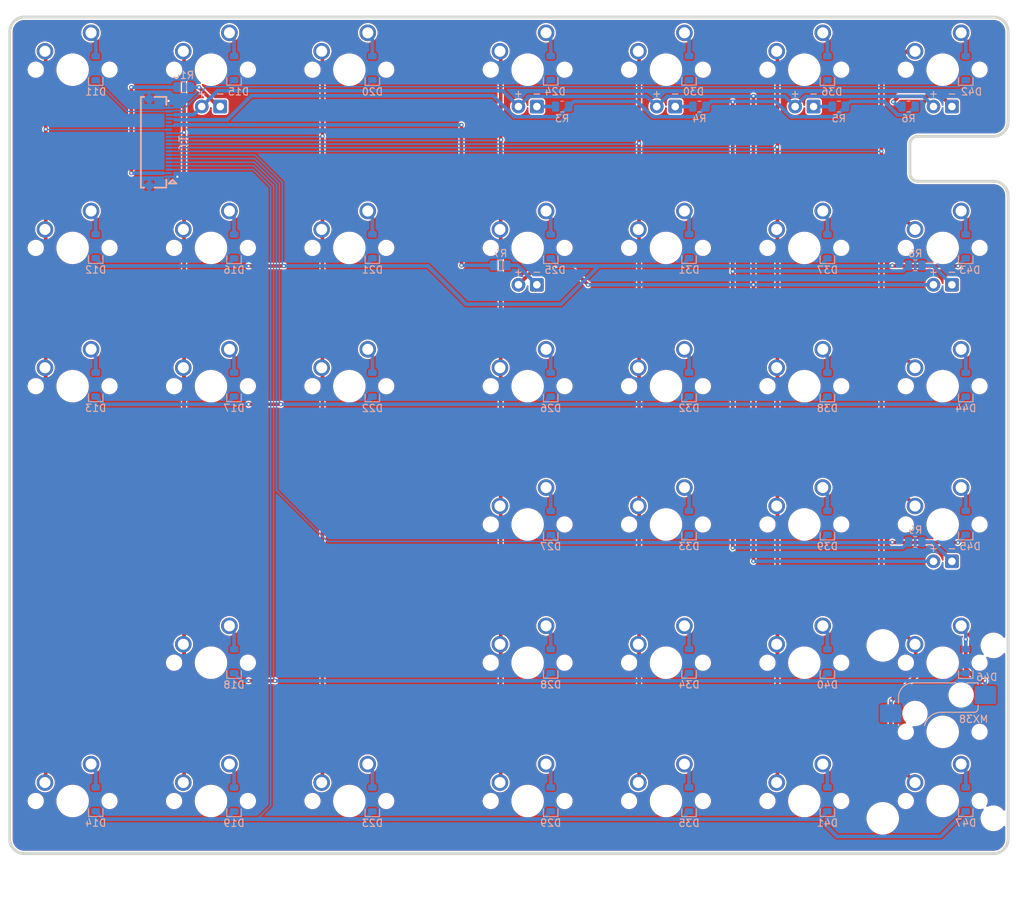
<source format=kicad_pcb>
(kicad_pcb (version 20240108) (generator "pcbnew") (generator_version "8.0")
  (layers (0 "F.Cu" signal) (31 "B.Cu" signal) (34 "B.Paste" user) (35 "F.Paste" user) (36 "B.SilkS" user "B.Silkscreen") (37 "F.SilkS" user "F.Silkscreen") (38 "B.Mask" user) (39 "F.Mask" user) (44 "Edge.Cuts" user))
  (net 0 "")
  (net 1 "+5V")
  (net 2 "GND")
  (net 3 "Net-(D3-K)")
  (net 4 "Net-(D4-K)")
  (net 5 "Net-(D5-K)")
  (net 6 "Net-(D6-K)")
  (net 7 "Net-(D11-A)")
  (net 8 "Net-(D12-A)")
  (net 9 "Net-(D14-A)")
  (net 10 "Net-(D15-A)")
  (net 11 "Net-(D16-A)")
  (net 12 "Net-(D17-A)")
  (net 13 "LED_NUM")
  (net 14 "Net-(D8-K)")
  (net 15 "Net-(D13-A)")
  (net 16 "Net-(D18-A)")
  (net 17 "Net-(D19-A)")
  (net 18 "Net-(D20-A)")
  (net 19 "Net-(D21-A)")
  (net 20 "Net-(D22-A)")
  (net 21 "Net-(D23-A)")
  (net 22 "Net-(D24-A)")
  (net 23 "Net-(D25-A)")
  (net 24 "Net-(D26-A)")
  (net 25 "Net-(D27-A)")
  (net 26 "Net-(D28-A)")
  (net 27 "Net-(D29-A)")
  (net 28 "Net-(D30-A)")
  (net 29 "Net-(D31-A)")
  (net 30 "Net-(D32-A)")
  (net 31 "Net-(D33-A)")
  (net 32 "Net-(D34-A)")
  (net 33 "Net-(D35-A)")
  (net 34 "Net-(D36-A)")
  (net 35 "Net-(D37-A)")
  (net 36 "Net-(D38-A)")
  (net 37 "Net-(D39-A)")
  (net 38 "Net-(D40-A)")
  (net 39 "Net-(D41-A)")
  (net 40 "Net-(D42-A)")
  (net 41 "Net-(D43-A)")
  (net 42 "Net-(D44-A)")
  (net 43 "Net-(D45-A)")
  (net 45 "Net-(D10-K)")
  (net 46 "Net-(D9-K)")
  (net 47 "Net-(D46-A)")
  (net 48 "Net-(D47-A)")
  (net 49 "LED_SCLK")
  (net 50 "ROW0")
  (net 51 "ROW1")
  (net 52 "ROW2")
  (net 53 "ROW3")
  (net 54 "ROW4")
  (net 55 "ROW5")
  (net 56 "LED-")
  (net 57 "COL18")
  (net 58 "COL15")
  (net 59 "COL20")
  (net 60 "COL14")
  (net 61 "COL17")
  (net 62 "COL19")
  (net 63 "COL16")
  (net 64 "Net-(D7-K)")
  (footprint "PCM_marbastlib-mx:SW_MX_1u" (layer "F.Cu") (at 81.7 24.55)
    (property "Reference" "MX21" (hide yes))
    (property "Value" "MX_SW_solder")
  )
  (footprint "PCM_marbastlib-mx:SW_MX_1u" (layer "F.Cu") (at 100.75 81.7)
    (property "Reference" "MX30" (hide yes))
    (property "Value" "MX_SW_solder")
  )
  (footprint "PCM_marbastlib-mx:SW_MX_1u" (layer "F.Cu") (at 100.75 0)
    (property "Reference" "MX26" (hide yes))
    (property "Value" "MX_SW_solder")
  )
  (footprint "PCM_marbastlib-mx:SW_MX_1u" (layer "F.Cu") (at 0 100.75)
    (property "Reference" "MX4" (hide yes))
    (property "Value" "MX_SW_solder")
  )
  (footprint "PCM_marbastlib-mx:SW_MX_1u" (layer "F.Cu") (at 119.8 81.7)
    (property "Reference" "MX36" (hide yes))
    (property "Value" "MX_SW_solder")
  )
  (footprint "PCM_marbastlib-mx:SW_MX_1u" (layer "F.Cu") (at 81.7 100.75)
    (property "Reference" "MX25" (hide yes))
    (property "Value" "MX_SW_solder")
  )
  (footprint "PCM_marbastlib-mx:SW_MX_1u" (layer "F.Cu") (at 119.8 24.55)
    (property "Reference" "MX33" (hide yes))
    (property "Value" "MX_SW_solder")
  )
  (footprint "PCM_marbastlib-mx:SW_MX_1u" (layer "F.Cu") (at 81.7 0)
    (property "Reference" "MX20" (hide yes))
    (property "Value" "MX_SW_solder")
  )
  (footprint "PCM_marbastlib-mx:SW_MX_1u" (layer "F.Cu") (at 100.75 100.75)
    (property "Reference" "MX31" (hide yes))
    (property "Value" "MX_SW_solder")
  )
  (footprint "PCM_marbastlib-mx:SW_MX_1u" (layer "F.Cu") (at 19.05 100.75)
    (property "Reference" "MX9" (hide yes))
    (property "Value" "MX_SW_solder")
  )
  (footprint "PCM_marbastlib-mx:SW_MX_1u" (layer "F.Cu") (at 100.75 62.65)
    (property "Reference" "MX29" (hide yes))
    (property "Value" "MX_SW_solder")
  )
  (footprint "PCM_marbastlib-mx:SW_MX_1u" (layer "F.Cu") (at 62.65 100.75)
    (property "Reference" "MX19" (hide yes))
    (property "Value" "MX_SW_solder")
  )
  (footprint "PCM_marbastlib-mx:SW_MX_1u" (layer "F.Cu") (at 19.05 43.6)
    (property "Reference" "MX7" (hide yes))
    (property "Value" "MX_SW_solder")
  )
  (footprint "PCM_marbastlib-mx:SW_MX_1u" (layer "F.Cu") (at 81.7 62.65)
    (property "Reference" "MX23" (hide yes))
    (property "Value" "MX_SW_solder")
  )
  (footprint "PCM_marbastlib-mx:SW_MX_1u" (layer "F.Cu") (at 62.65 24.55)
    (property "Reference" "MX15" (hide yes))
    (property "Value" "MX_SW_solder")
  )
  (footprint "PCM_marbastlib-mx:SW_MX_1u" (layer "F.Cu") (at 38.1 43.6)
    (property "Reference" "MX12" (hide yes))
    (property "Value" "MX_SW_solder")
  )
  (footprint "PCM_marbastlib-mx:SW_MX_1u" (layer "F.Cu") (at 81.7 43.6)
    (property "Reference" "MX22" (hide yes))
    (property "Value" "MX_SW_solder")
  )
  (footprint "alcatel:LED_MX_3mm_Offset" (layer "F.Cu") (at 62.65 24.55)
    (property "Reference" "D7" (hide yes))
    (property "Value" "LED_Small")
  )
  (footprint "PCM_marbastlib-mx:SW_MX_1u" (layer "F.Cu") (at 0 24.55)
    (property "Reference" "MX2" (hide yes))
    (property "Value" "MX_SW_solder")
  )
  (footprint "alcatel:LED_MX_3mm_Offset" (layer "F.Cu") (at 19.05 0)
    (property "Reference" "D10" (hide yes))
    (property "Value" "LED_Small")
  )
  (footprint "PCM_marbastlib-mx:SW_MX_1u" (layer "F.Cu") (at 62.65 0)
    (property "Reference" "MX14" (hide yes))
    (property "Value" "MX_SW_solder")
  )
  (footprint "PCM_marbastlib-mx:SW_MX_1u" (layer "F.Cu") (at 38.1 100.75)
    (property "Reference" "MX13" (hide yes))
    (property "Value" "MX_SW_solder")
  )
  (footprint "alcatel:LED_MX_3mm_Offset" (layer "F.Cu") (at 119.8 62.65)
    (property "Reference" "D9" (hide yes))
    (property "Value" "~")
  )
  (footprint "PCM_marbastlib-mx:SW_MX_1u" (layer "F.Cu") (at 81.7 81.7)
    (property "Reference" "MX24" (hide yes))
    (property "Value" "MX_SW_solder")
  )
  (footprint "PCM_marbastlib-mx:SW_MX_1u" (layer "F.Cu") (at 0 0)
    (property "Reference" "MX1" (hide yes))
    (property "Value" "MX_SW_solder")
  )
  (footprint "alcatel:LED_MX_3mm_Offset" (layer "F.Cu") (at 62.65 0)
    (property "Reference" "D3" (hide yes))
    (property "Value" "~")
  )
  (footprint "PCM_marbastlib-mx:SW_MX_1u" (layer "F.Cu") (at 19.05 24.55)
    (property "Reference" "MX6" (hide yes))
    (property "Value" "MX_SW_solder")
  )
  (footprint "PCM_marbastlib-mx:SW_MX_1u" (layer "F.Cu") (at 19.05 81.7)
    (property "Reference" "MX8" (hide yes))
    (property "Value" "MX_SW_solder")
  )
  (footprint "PCM_marbastlib-mx:SW_MX_1u" (layer "F.Cu") (at 38.1 24.55)
    (property "Reference" "MX11" (hide yes))
    (property "Value" "MX_SW_solder")
  )
  (footprint "PCM_marbastlib-mx:SW_MX_1u" (layer "F.Cu") (at 100.75 43.6)
    (property "Reference" "MX28" (hide yes))
    (property "Value" "MX_SW_solder")
  )
  (footprint "PCM_marbastlib-mx:SW_MX_1u" (layer "F.Cu") (at 62.65 62.65)
    (property "Reference" "MX17" (hide yes))
    (property "Value" "MX_SW_solder")
  )
  (footprint "PCM_marbastlib-mx:SW_MX_1u" (layer "F.Cu") (at 119.8 62.65)
    (property "Reference" "MX35" (hide yes))
    (property "Value" "MX_SW_solder")
  )
  (footprint "alcatel:LED_MX_3mm_Offset" (layer "F.Cu") (at 119.8 24.55)
    (property "Reference" "D8" (hide yes))
    (property "Value" "~")
  )
  (footprint "alcatel:LED_MX_3mm_Offset" (layer "F.Cu") (at 100.75 0)
    (property "Reference" "D5" (hide yes))
    (property "Value" "~")
  )
  (footprint "PCM_marbastlib-mx:SW_MX_1u" (layer "F.Cu") (at 119.8 0)
    (property "Reference" "MX32" (hide yes))
    (property "Value" "MX_SW_solder")
  )
  (footprint "PCM_marbastlib-mx:SW_MX_1u" (layer "F.Cu") (at 62.65 81.7)
    (property "Reference" "MX18" (hide yes))
    (property "Value" "MX_SW_solder")
  )
  (footprint "PCM_marbastlib-mx:SW_MX_1u" (layer "F.Cu") (at 19.05 0)
    (property "Reference" "MX5" (hide yes))
    (property "Value" "MX_SW_solder")
  )
  (footprint "PCM_marbastlib-mx:STAB_MX_2u" (layer "F.Cu") (at 119.8 91.225 -90)
    (property "Reference" "S1" (hide yes))
    (property "Value" "MX_stab")
  )
  (footprint "alcatel:LED_MX_3mm_Offset" (layer "F.Cu") (at 119.8 0)
    (property "Reference" "D6" (hide yes))
    (property "Value" "~")
  )
  (footprint "PCM_marbastlib-mx:SW_MX_1u" (layer "F.Cu") (at 119.8 43.6)
    (property "Reference" "MX34" (hide yes))
    (property "Value" "MX_SW_solder")
  )
  (footprint "PCM_marbastlib-mx:SW_MX_1u" (layer "F.Cu") (at 0 43.6)
    (property "Reference" "MX3" (hide yes))
    (property "Value" "MX_SW_solder")
  )
  (footprint "alcatel:LED_MX_3mm_Offset" (layer "F.Cu") (at 81.7 0)
    (property "Reference" "D4" (hide yes))
    (property "Value" "~")
  )
  (footprint "PCM_marbastlib-mx:SW_MX_1u" (layer "F.Cu") (at 62.65 43.6)
    (property "Reference" "MX16" (hide yes))
    (property "Value" "MX_SW_solder")
  )
  (footprint "PCM_marbastlib-mx:SW_MX_1u" (layer "F.Cu") (at 38.1 0)
    (property "Reference" "MX10" (hide yes))
    (property "Value" "MX_SW_solder")
  )
  (footprint "PCM_marbastlib-mx:SW_MX_1u" (layer "F.Cu") (at 119.8 100.75)
    (property "Reference" "MX37" (hide yes))
    (property "Value" "MX_SW_solder")
  )
  (footprint "PCM_marbastlib-mx:SW_MX_1u" (layer "F.Cu") (at 100.75 24.55)
    (property "Reference" "MX27" (hide yes))
    (property "Value" "MX_SW_solder")
  )
  (footprint "alcatel:D_SOD-123_ShiftedSilkscreen" (layer "B.Cu") (at 84.875 43.37125 90)
    (property "Reference" "D32")
    (property "Value" "D_Small")
  )
  (footprint "alcatel:D_SOD-123_ShiftedSilkscreen" (layer "B.Cu") (at 84.875 24.32125 90)
    (property "Reference" "D31")
    (property "Value" "D_Small")
  )
  (footprint "alcatel:D_SOD-123_ShiftedSilkscreen" (layer "B.Cu") (at 103.925 -0.20625 90)
    (property "Reference" "D36")
    (property "Value" "D_Small")
  )
  (footprint "alcatel:D_SOD-123_ShiftedSilkscreen" (layer "B.Cu") (at 41.275 43.39375 90)
    (property "Reference" "D22")
    (property "Value" "D_Small")
  )
  (footprint "alcatel:D_SOD-123_ShiftedSilkscreen" (layer "B.Cu") (at 41.275 -0.20625 90)
    (property "Reference" "D20")
    (property "Value" "D_Small")
  )
  (footprint "alcatel:D_SOD-123_ShiftedSilkscreen" (layer "B.Cu") (at 103.925 24.34375 90)
    (property "Reference" "D37")
    (property "Value" "D_Small")
  )
  (footprint "Resistor_SMD:R_0805_2012Metric" (layer "B.Cu") (at 105.5 5.08)
    (property "Reference" "R5")
    (property "Value" "470")
  )
  (footprint "Resistor_SMD:R_0805_2012Metric" (layer "B.Cu") (at 58.87 26.96 180)
    (property "Reference" "R7")
    (property "Value" "1k")
  )
  (footprint "alcatel:D_SOD-123_ShiftedSilkscreen" (layer "B.Cu") (at 103.925 100.52125 90)
    (property "Reference" "D41")
    (property "Value" "D_Small")
  )
  (footprint "alcatel:D_SOD-123_ShiftedSilkscreen" (layer "B.Cu") (at 65.825 62.44375 90)
    (property "Reference" "D27")
    (property "Value" "D_Small")
  )
  (footprint "alcatel:D_SOD-123_ShiftedSilkscreen" (layer "B.Cu") (at 103.925 81.49375 90)
    (property "Reference" "D40")
    (property "Value" "D_Small")
  )
  (footprint "alcatel:D_SOD-123_ShiftedSilkscreen" (layer "B.Cu") (at 122.975 24.34375 90)
    (property "Reference" "D43")
    (property "Value" "D_Small")
  )
  (footprint "alcatel:D_SOD-123_ShiftedSilkscreen" (layer "B.Cu") (at 22.225 100.54375 90)
    (property "Reference" "D19")
    (property "Value" "D_Small")
  )
  (footprint "alcatel:D_SOD-123_ShiftedSilkscreen" (layer "B.Cu") (at 122.975 81.49375 90)
    (property "Reference" "D46")
    (property "Value" "D_Small")
  )
  (footprint "alcatel:D_SOD-123_ShiftedSilkscreen" (layer "B.Cu") (at 3.175 43.37125 90)
    (property "Reference" "D13")
    (property "Value" "D_Small")
  )
  (footprint "alcatel:D_SOD-123_ShiftedSilkscreen" (layer "B.Cu") (at 122.975 62.42125 90)
    (property "Reference" "D45")
    (property "Value" "D_Small")
  )
  (footprint "alcatel:D_SOD-123_ShiftedSilkscreen" (layer "B.Cu") (at 103.925 62.42125 90)
    (property "Reference" "D39")
    (property "Value" "D_Small")
  )
  (footprint "alcatel:D_SOD-123_ShiftedSilkscreen" (layer "B.Cu") (at 3.175 -0.20625 90)
    (property "Reference" "D11")
    (property "Value" "D_Small")
  )
  (footprint "alcatel:D_SOD-123_ShiftedSilkscreen" (layer "B.Cu") (at 84.875 100.54375 90)
    (property "Reference" "D35")
    (property "Value" "D_Small")
  )
  (footprint "10051922-1210EHLF:CONN-SMD_20P-P0.50_10051922-2010ELF" (layer "B.Cu") (at 11.9 10 90)
    (property "Reference" "J1")
    (property "Value" "Conn_01x20_Pin")
  )
  (footprint "alcatel:D_SOD-123_ShiftedSilkscreen" (layer "B.Cu") (at 22.225 43.37125 90)
    (property "Reference" "D17")
    (property "Value" "D_Small")
  )
  (footprint "alcatel:D_SOD-123_ShiftedSilkscreen" (layer "B.Cu") (at 122.975 100.52125 90)
    (property "Reference" "D47")
    (property "Value" "D_Small")
  )
  (footprint "Resistor_SMD:R_0805_2012Metric" (layer "B.Cu") (at 116.02 26.96 180)
    (property "Reference" "R8")
    (property "Value" "470")
  )
  (footprint "alcatel:D_SOD-123_ShiftedSilkscreen" (layer "B.Cu") (at 65.825 43.39375 90)
    (property "Reference" "D26")
    (property "Value" "D_Small")
  )
  (footprint "alcatel:D_SOD-123_ShiftedSilkscreen" (layer "B.Cu") (at 84.875 62.42125 90)
    (property "Reference" "D33")
    (property "Value" "D_Small")
  )
  (footprint "alcatel:D_SOD-123_ShiftedSilkscreen" (layer "B.Cu") (at 65.825 -0.22875 90)
    (property "Reference" "D24")
    (property "Value" "D_Small")
  )
  (footprint "alcatel:D_SOD-123_ShiftedSilkscreen" (layer "B.Cu") (at 84.875 81.47125 90)
    (property "Reference" "D34")
    (property "Value" "D_Small")
  )
  (footprint "Resistor_SMD:R_0805_2012Metric" (layer "B.Cu") (at 115.1 5.08)
    (property "Reference" "R6")
    (property "Value" "470")
  )
  (footprint "alcatel:D_SOD-123_ShiftedSilkscreen" (layer "B.Cu") (at 65.825 24.34375 90)
    (property "Reference" "D25")
    (property "Value" "D_Small")
  )
  (footprint "alcatel:D_SOD-123_ShiftedSilkscreen" (layer "B.Cu") (at 122.975 43.39375 90)
    (property "Reference" "D44")
    (property "Value" "D_Small")
  )
  (footprint "alcatel:D_SOD-123_ShiftedSilkscreen" (layer "B.Cu") (at 122.975 -0.20625 90)
    (property "Reference" "D42")
    (property "Value" "D_Small")
  )
  (footprint "alcatel:D_SOD-123_ShiftedSilkscreen" (layer "B.Cu") (at 65.825 81.47125 90)
    (property "Reference" "D28")
    (property "Value" "D_Small")
  )
  (footprint "alcatel:D_SOD-123_ShiftedSilkscreen" (layer "B.Cu") (at 103.925 43.39375 90)
    (property "Reference" "D38")
    (property "Value" "D_Small")
  )
  (footprint "Resistor_SMD:R_0805_2012Metric" (layer "B.Cu") (at 116.02 65.06 180)
    (property "Reference" "R9")
    (property "Value" "470")
  )
  (footprint "Resistor_SMD:R_0805_2012Metric" (layer "B.Cu") (at 15.27 2.41 180)
    (property "Reference" "R10")
    (property "Value" "1k")
  )
  (footprint "alcatel:D_SOD-123_ShiftedSilkscreen" (layer "B.Cu") (at 65.825 100.52125 90)
    (property "Reference" "D29")
    (property "Value" "D_Small")
  )
  (footprint "Resistor_SMD:R_0805_2012Metric" (layer "B.Cu") (at 67.4 5.08)
    (property "Reference" "R3")
    (property "Value" "470")
  )
  (footprint "alcatel:D_SOD-123_ShiftedSilkscreen" (layer "B.Cu") (at 41.275 100.54375 90)
    (property "Reference" "D23")
    (property "Value" "D_Small")
  )
  (footprint "alcatel:D_SOD-123_ShiftedSilkscreen" (layer "B.Cu") (at 41.275 24.32125 90)
    (property "Reference" "D21")
    (property "Value" "D_Small")
  )
  (footprint "alcatel:SW_MX_HS_CPG151101S11_No_PTH_Edge" (layer "B.Cu") (at 119.8 91.225 180)
    (property "Reference" "MX38")
    (property "Value" "MX_SW_solder")
  )
  (footprint "alcatel:D_SOD-123_ShiftedSilkscreen" (layer "B.Cu") (at 22.225 24.34375 90)
    (property "Reference" "D16")
    (property "Value" "D_Small")
  )
  (footprint "Resistor_SMD:R_0805_2012Metric" (layer "B.Cu") (at 86.3 5.08)
    (property "Reference" "R4")
    (property "Value" "470")
  )
  (footprint "alcatel:D_SOD-123_ShiftedSilkscreen" (layer "B.Cu") (at 22.225 -0.22875 90)
    (property "Reference" "D15")
    (property "Value" "D_Small")
  )
  (footprint "alcatel:D_SOD-123_ShiftedSilkscreen" (layer "B.Cu") (at 3.175 24.32125 90)
    (property "Reference" "D12")
    (property "Value" "D_Small")
  )
  (footprint "alcatel:D_SOD-123_ShiftedSilkscreen" (layer "B.Cu") (at 22.225 81.49375 90)
    (property "Reference" "D18")
    (property "Value" "D_Small")
  )
  (footprint "alcatel:D_SOD-123_ShiftedSilkscreen" (layer "B.Cu") (at 84.875 -0.22875 90)
    (property "Reference" "D30")
    (property "Value" "D_Small")
  )
  (footprint "alcatel:D_SOD-123_ShiftedSilkscreen" (layer "B.Cu") (at 3.175 100.52125 90)
    (property "Reference" "D14")
    (property "Value" "D_Small")
  )
  (gr_arc (start 115.28 10.27499) (mid 115.60218 9.49718) (end 116.37999 9.175) (stroke (width 0.4)) (layer "Edge.Cuts"))
  (gr_line (start -6.65001 108) (end 126.80499 108) (stroke (width 0.4)) (layer "Edge.Cuts"))
  (gr_line (start -8.65 -5.25001) (end -8.65 106.008934) (stroke (width 0.4)) (layer "Edge.Cuts"))
  (gr_line (start 128.805 17.375) (end 128.805 105.99999) (stroke (width 0.4)) (layer "Edge.Cuts"))
  (gr_arc (start -8.65 -5.25001) (mid -8.064216 -6.664216) (end -6.65001 -7.25) (stroke (width 0.4)) (layer "Edge.Cuts"))
  (gr_arc (start 126.80499 15.375) (mid 128.2192 15.960787) (end 128.805 17.375) (stroke (width 0.4)) (layer "Edge.Cuts"))
  (gr_line (start -6.65001 -7.25) (end 126.80499 -7.25) (stroke (width 0.4)) (layer "Edge.Cuts"))
  (gr_arc (start -6.65001 108) (mid -8.061065 107.417369) (end -8.65 106.008934) (stroke (width 0.4)) (layer "Edge.Cuts"))
  (gr_arc (start 128.805 105.99999) (mid 128.219211 107.414211) (end 126.80499 108) (stroke (width 0.4)) (layer "Edge.Cuts"))
  (gr_line (start 116.37999 15.375) (end 126.80499 15.375) (stroke (width 0.4)) (layer "Edge.Cuts"))
  (gr_line (start 115.28 10.27499) (end 115.28 14.281455) (stroke (width 0.4)) (layer "Edge.Cuts"))
  (gr_arc (start 128.805 7.17499) (mid 128.219211 8.589211) (end 126.80499 9.175) (stroke (width 0.4)) (layer "Edge.Cuts"))
  (gr_line (start 126.80499 9.175) (end 116.37999 9.175) (stroke (width 0.4)) (layer "Edge.Cuts"))
  (gr_arc (start 126.80499 -7.25) (mid 128.2192 -6.664213) (end 128.805 -5.25) (stroke (width 0.4)) (layer "Edge.Cuts"))
  (gr_arc (start 116.37999 15.375) (mid 115.604455 15.055097) (end 115.28 14.281455) (stroke (width 0.4)) (layer "Edge.Cuts"))
  (gr_line (start 128.805 -5.25) (end 128.805 7.17499) (stroke (width 0.4)) (layer "Edge.Cuts"))
  (gr_text "" (at 60.0775 116.39675 0) (layer "Edge.Cuts") (effects (font (size 3.047999 2.7432) (thickness 0.380999)) (justify top)))
  (segment (start 68.88 27.55) (end 65.59 27.55) (width 0.5) (layer "F.Cu") (net 1))
  (segment (start 93.74 29.63) (end 93.74 67.73) (width 0.5) (layer "F.Cu") (net 1))
  (segment (start 93.74 3.6275) (end 93.74 29.63) (width 0.5) (layer "F.Cu") (net 1))
  (segment (start 63.46 27.55) (end 65.59 27.55) (width 0.5) (layer "F.Cu") (net 1))
  (segment (start 61.38 29.63) (end 63.46 27.55) (width 0.5) (layer "F.Cu") (net 1))
  (segment (start 70.96 29.63) (end 68.88 27.55) (width 0.5) (layer "F.Cu") (net 1))
  (via (at 93.74 3.6275) (size 0.6) (drill 0.3) (layers "F.Cu" "B.Cu") (net 1))
  (via (at 93.74 29.63) (size 0.6) (drill 0.3) (layers "F.Cu" "B.Cu") (net 1))
  (via (at 93.74 67.73) (size 0.6) (drill 0.3) (layers "F.Cu" "B.Cu") (net 1))
  (via (at 70.96 29.63) (size 0.6) (drill 0.3) (layers "F.Cu" "B.Cu") (net 1))
  (segment (start 17.78 5.08) (end 16.66 6.2) (width 0.5) (layer "B.Cu") (net 1))
  (segment (start 79.0275 3.6775) (end 80.43 5.08) (width 0.5) (layer "B.Cu") (net 1))
  (segment (start 61.38 5.08) (end 62.7825 3.6775) (width 0.5) (layer "B.Cu") (net 1))
  (segment (start 16.66 6.2) (end 14.0876 6.2) (width 0.5) (layer "B.Cu") (net 1))
  (segment (start 117.1275 3.6775) (end 118.53 5.08) (width 0.5) (layer "B.Cu") (net 1))
  (segment (start 14.0378 6.2498) (end 14.0876 6.2) (width 0.25) (layer "B.Cu") (net 1))
  (segment (start 81.8325 3.6775) (end 93.74 3.6775) (width 0.5) (layer "B.Cu") (net 1))
  (segment (start 118.53 67.73) (end 93.74 67.73) (width 0.5) (layer "B.Cu") (net 1))
  (segment (start 93.74 3.6775) (end 93.74 3.6275) (width 0.5) (layer "B.Cu") (net 1))
  (segment (start 93.74 3.6775) (end 98.0775 3.6775) (width 0.5) (layer "B.Cu") (net 1))
  (segment (start 118.53 29.63) (end 94.25 29.63) (width 0.5) (layer "B.Cu") (net 1))
  (segment (start 94.25 29.63) (end 93.74 29.63) (width 0.5) (layer "B.Cu") (net 1))
  (segment (start 62.7825 3.6775) (end 79.0275 3.6775) (width 0.5) (layer "B.Cu") (net 1))
  (segment (start 98.0775 3.6775) (end 99.48 5.08) (width 0.5) (layer "B.Cu") (net 1))
  (segment (start 13.2376 6.2498) (end 14.0378 6.2498) (width 0.25) (layer "B.Cu") (net 1))
  (segment (start 94.25 29.63) (end 70.96 29.63) (width 0.5) (layer "B.Cu") (net 1))
  (segment (start 80.43 5.08) (end 81.8325 3.6775) (width 0.5) (layer "B.Cu") (net 1))
  (segment (start 100.8825 3.6775) (end 117.1275 3.6775) (width 0.5) (layer "B.Cu") (net 1))
  (segment (start 59.1939 2.8939) (end 61.38 5.08) (width 0.5) (layer "B.Cu") (net 1))
  (segment (start 99.48 5.08) (end 100.8825 3.6775) (width 0.5) (layer "B.Cu") (net 1))
  (segment (start 17.78 5.08) (end 19.9661 2.8939) (width 0.5) (layer "B.Cu") (net 1))
  (segment (start 19.9661 2.8939) (end 59.1939 2.8939) (width 0.5) (layer "B.Cu") (net 1))
  (via (at 13.2 4.3) (size 0.6) (drill 0.3) (layers "F.Cu" "B.Cu") (net 2))
  (via (at 14.42 14.75) (size 0.6) (drill 0.3) (layers "F.Cu" "B.Cu") (net 2))
  (segment (start 13.2376 5.2498) (end 13.2376 4.3376) (width 0.25) (layer "B.Cu") (net 2))
  (segment (start 13.2376 14.7499) (end 14.4199 14.7499) (width 0.25) (layer "B.Cu") (net 2))
  (segment (start 13.2376 4.3376) (end 13.2 4.3) (width 0.25) (layer "B.Cu") (net 2))
  (segment (start 14.4199 14.7499) (end 14.42 14.75) (width 0.25) (layer "B.Cu") (net 2))
  (segment (start 66.4875 5.08) (end 63.92 5.08) (width 0.5) (layer "B.Cu") (net 3))
  (segment (start 85.3875 5.08) (end 82.97 5.08) (width 0.5) (layer "B.Cu") (net 4))
  (segment (start 104.5875 5.08) (end 102.02 5.08) (width 0.5) (layer "B.Cu") (net 5))
  (segment (start 113.75 3.6775) (end 113 4.4275) (width 0.5) (layer "F.Cu") (net 6))
  (segment (start 119.6675 3.6775) (end 113.75 3.6775) (width 0.5) (layer "F.Cu") (net 6))
  (segment (start 121.07 5.08) (end 119.6675 3.6775) (width 0.5) (layer "F.Cu") (net 6))
  (via (at 113 4.4275) (size 0.6) (drill 0.3) (layers "F.Cu" "B.Cu") (net 6))
  (segment (start 114.1875 5.08) (end 113.6525 5.08) (width 0.5) (layer "B.Cu") (net 6))
  (segment (start 113.6525 5.08) (end 113 4.4275) (width 0.5) (layer "B.Cu") (net 6))
  (segment (start 3.175 -4.445) (end 2.54 -5.08) (width 0.5) (layer "B.Cu") (net 7))
  (segment (start 3.175 -1.85625) (end 3.175 -4.445) (width 0.5) (layer "B.Cu") (net 7))
  (segment (start 3.175 20.105) (end 2.54 19.47) (width 0.5) (layer "B.Cu") (net 8))
  (segment (start 3.175 22.67125) (end 3.175 20.105) (width 0.5) (layer "B.Cu") (net 8))
  (segment (start 3.175 98.87125) (end 3.175 96.305) (width 0.5) (layer "B.Cu") (net 9))
  (segment (start 3.175 96.305) (end 2.54 95.67) (width 0.5) (layer "B.Cu") (net 9))
  (segment (start 22.225 -1.87875) (end 22.225 -4.445) (width 0.5) (layer "B.Cu") (net 10))
  (segment (start 22.225 -4.445) (end 21.59 -5.08) (width 0.5) (layer "B.Cu") (net 10))
  (segment (start 22.225 20.105) (end 21.59 19.47) (width 0.5) (layer "B.Cu") (net 11))
  (segment (start 22.225 22.69375) (end 22.225 20.105) (width 0.5) (layer "B.Cu") (net 11))
  (segment (start 22.225 39.155) (end 21.59 38.52) (width 0.5) (layer "B.Cu") (net 12))
  (segment (start 22.225 41.72125) (end 22.225 39.155) (width 0.5) (layer "B.Cu") (net 12))
  (segment (start 53.54 7.6) (end 53.54 23.02) (width 0.5) (layer "F.Cu") (net 13))
  (segment (start 53.54 23.02) (end 53.54 26.96) (width 0.5) (layer "F.Cu") (net 13))
  (via (at 53.54 26.96) (size 0.6) (drill 0.3) (layers "F.Cu" "B.Cu") (net 13))
  (via (at 53.54 7.6) (size 0.6) (drill 0.3) (layers "F.Cu" "B.Cu") (net 13))
  (segment (start 13.2376 7.7497) (end 13.9503 7.7497) (width 0.25) (layer "B.Cu") (net 13))
  (segment (start 24.1 7.6) (end 23.3 7.6) (width 0.5) (layer "B.Cu") (net 13))
  (segment (start 23.3 7.6) (end 25.051403 7.6) (width 0.5) (layer "B.Cu") (net 13))
  (segment (start 13.9503 7.7497) (end 14.1 7.6) (width 0.25) (layer "B.Cu") (net 13))
  (segment (start 24.1 7.6) (end 53.54 7.6) (width 0.5) (layer "B.Cu") (net 13))
  (segment (start 23.3 7.6) (end 14.1 7.6) (width 0.5) (layer "B.Cu") (net 13))
  (segment (start 57.9575 26.96) (end 53.54 26.96) (width 0.5) (layer "B.Cu") (net 13))
  (segment (start 24.5 7.6) (end 24.1 7.6) (width 0.5) (layer "B.Cu") (net 13))
  (segment (start 118.4 26.96) (end 116.9325 26.96) (width 0.5) (layer "B.Cu") (net 14))
  (segment (start 119.4325 27.9925) (end 121.07 29.63) (width 0.5) (layer "B.Cu") (net 14))
  (segment (start 121.07 29.63) (end 118.4 26.96) (width 0.5) (layer "B.Cu") (net 14))
  (segment (start 3.175 41.72125) (end 3.175 39.155) (width 0.5) (layer "B.Cu") (net 15))
  (segment (start 3.175 39.155) (end 2.54 38.52) (width 0.5) (layer "B.Cu") (net 15))
  (segment (start 21.59 76.62) (end 22.1 77.13) (width 0.5) (layer "B.Cu") (net 16))
  (segment (start 22.225 79.84375) (end 22.225 77.255) (width 0.5) (layer "B.Cu") (net 16))
  (segment (start 22.225 77.255) (end 21.59 76.62) (width 0.5) (layer "B.Cu") (net 16))
  (segment (start 22.225 96.305) (end 21.59 95.67) (width 0.5) (layer "B.Cu") (net 17))
  (segment (start 22.225 98.89375) (end 22.225 96.305) (width 0.5) (layer "B.Cu") (net 17))
  (segment (start 41.275 -1.85625) (end 41.275 -4.445) (width 0.5) (layer "B.Cu") (net 18))
  (segment (start 41.275 -4.445) (end 40.64 -5.08) (width 0.5) (layer "B.Cu") (net 18))
  (segment (start 41.275 22.67125) (end 41.275 20.105) (width 0.5) (layer "B.Cu") (net 19))
  (segment (start 41.275 20.105) (end 40.64 19.47) (width 0.5) (layer "B.Cu") (net 19))
  (segment (start 41.275 39.155) (end 40.64 38.52) (width 0.5) (layer "B.Cu") (net 20))
  (segment (start 41.275 41.74375) (end 41.275 39.155) (width 0.5) (layer "B.Cu") (net 20))
  (segment (start 41.275 96.305) (end 40.64 95.67) (width 0.5) (layer "B.Cu") (net 21))
  (segment (start 41.275 98.89375) (end 41.275 96.305) (width 0.5) (layer "B.Cu") (net 21))
  (segment (start 65.825 -4.445) (end 65.19 -5.08) (width 0.5) (layer "B.Cu") (net 22))
  (segment (start 65.825 -1.87875) (end 65.825 -4.445) (width 0.5) (layer "B.Cu") (net 22))
  (segment (start 65.825 22.69375) (end 65.825 20.105) (width 0.5) (layer "B.Cu") (net 23))
  (segment (start 65.825 20.105) (end 65.19 19.47) (width 0.5) (layer "B.Cu") (net 23))
  (segment (start 65.825 41.74375) (end 65.825 39.155) (width 0.5) (layer "B.Cu") (net 24))
  (segment (start 65.825 39.155) (end 65.19 38.52) (width 0.5) (layer "B.Cu") (net 24))
  (segment (start 65.825 58.205) (end 65.19 57.57) (width 0.5) (layer "B.Cu") (net 25))
  (segment (start 65.825 60.79375) (end 65.825 58.205) (width 0.5) (layer "B.Cu") (net 25))
  (segment (start 65.825 77.255) (end 65.19 76.62) (width 0.5) (layer "B.Cu") (net 26))
  (segment (start 65.825 79.82125) (end 65.825 77.255) (width 0.5) (layer "B.Cu") (net 26))
  (segment (start 65.825 96.305) (end 65.19 95.67) (width 0.5) (layer "B.Cu") (net 27))
  (segment (start 65.825 98.87125) (end 65.825 96.305) (width 0.5) (layer "B.Cu") (net 27))
  (segment (start 84.875 -4.445) (end 84.24 -5.08) (width 0.5) (layer "B.Cu") (net 28))
  (segment (start 84.875 -1.87875) (end 84.875 -4.445) (width 0.5) (layer "B.Cu") (net 28))
  (segment (start 84.875 22.67125) (end 84.875 20.105) (width 0.5) (layer "B.Cu") (net 29))
  (segment (start 84.875 20.105) (end 84.24 19.47) (width 0.5) (layer "B.Cu") (net 29))
  (segment (start 84.875 41.72125) (end 84.875 39.155) (width 0.5) (layer "B.Cu") (net 30))
  (segment (start 84.875 39.155) (end 84.24 38.52) (width 0.5) (layer "B.Cu") (net 30))
  (segment (start 84.875 58.205) (end 84.24 57.57) (width 0.5) (layer "B.Cu") (net 31))
  (segment (start 84.875 60.77125) (end 84.875 58.205) (width 0.5) (layer "B.Cu") (net 31))
  (segment (start 84.875 79.82125) (end 84.875 77.255) (width 0.5) (layer "B.Cu") (net 32))
  (segment (start 84.875 77.255) (end 84.24 76.62) (width 0.5) (layer "B.Cu") (net 32))
  (segment (start 84.875 96.305) (end 84.24 95.67) (width 0.5) (layer "B.Cu") (net 33))
  (segment (start 84.875 98.89375) (end 84.875 96.305) (width 0.5) (layer "B.Cu") (net 33))
  (segment (start 103.925 -1.85625) (end 103.925 -4.445) (width 0.5) (layer "B.Cu") (net 34))
  (segment (start 103.925 -4.445) (end 103.29 -5.08) (width 0.5) (layer "B.Cu") (net 34))
  (segment (start 103.925 22.69375) (end 103.925 20.105) (width 0.5) (layer "B.Cu") (net 35))
  (segment (start 103.925 20.105) (end 103.29 19.47) (width 0.5) (layer "B.Cu") (net 35))
  (segment (start 103.925 39.155) (end 103.29 38.52) (width 0.5) (layer "B.Cu") (net 36))
  (segment (start 103.925 41.74375) (end 103.925 39.155) (width 0.5) (layer "B.Cu") (net 36))
  (segment (start 103.925 60.77125) (end 103.925 58.205) (width 0.5) (layer "B.Cu") (net 37))
  (segment (start 103.925 58.205) (end 103.29 57.57) (width 0.5) (layer "B.Cu") (net 37))
  (segment (start 103.925 77.255) (end 103.29 76.62) (width 0.5) (layer "B.Cu") (net 38))
  (segment (start 103.925 79.84375) (end 103.925 77.255) (width 0.5) (layer "B.Cu") (net 38))
  (segment (start 103.925 96.305) (end 103.29 95.67) (width 0.5) (layer "B.Cu") (net 39))
  (segment (start 103.925 98.87125) (end 103.925 96.305) (width 0.5) (layer "B.Cu") (net 39))
  (segment (start 122.975 -1.85625) (end 122.975 -4.445) (width 0.5) (layer "B.Cu") (net 40))
  (segment (start 122.975 -4.445) (end 122.34 -5.08) (width 0.5) (layer "B.Cu") (net 40))
  (segment (start 122.975 22.69375) (end 122.975 20.105) (width 0.5) (layer "B.Cu") (net 41))
  (segment (start 122.975 20.105) (end 122.34 19.47) (width 0.5) (layer "B.Cu") (net 41))
  (segment (start 122.975 39.155) (end 122.34 38.52) (width 0.5) (layer "B.Cu") (net 42))
  (segment (start 122.975 41.74375) (end 122.975 39.155) (width 0.5) (layer "B.Cu") (net 42))
  (segment (start 122.975 58.205) (end 122.34 57.57) (width 0.5) (layer "B.Cu") (net 43))
  (segment (start 122.975 60.77125) (end 122.975 58.205) (width 0.5) (layer "B.Cu") (net 43))
  (segment (start 20.04 5.08) (end 17.4 2.44) (width 0.5) (layer "F.Cu") (net 45))
  (segment (start 20.32 5.08) (end 20.04 5.08) (width 0.5) (layer "F.Cu") (net 45))
  (via (at 17.4 2.44) (size 0.6) (drill 0.3) (layers "F.Cu" "B.Cu") (net 45))
  (segment (start 16.2125 2.44) (end 16.1825 2.41) (width 0.5) (layer "B.Cu") (net 45))
  (segment (start 17.4 2.44) (end 16.2125 2.44) (width 0.5) (layer "B.Cu") (net 45))
  (segment (start 116.9325 65.06) (end 118.4 65.06) (width 0.5) (layer "B.Cu") (net 46))
  (segment (start 118.4 65.06) (end 121.07 67.73) (width 0.5) (layer "B.Cu") (net 46))
  (segment (start 119.4325 66.0925) (end 121.07 67.73) (width 0.5) (layer "B.Cu") (net 46))
  (segment (start 124.16 83.7) (end 124.66 84.2) (width 0.5) (layer "F.Cu") (net 47))
  (segment (start 122.34 86.145) (end 122.975 85.51) (width 0.5) (layer "F.Cu") (net 47))
  (segment (start 122.975 82.515) (end 124.16 83.7) (width 0.5) (layer "F.Cu") (net 47))
  (segment (start 122.975 81.79) (end 122.975 78.48) (width 0.5) (layer "F.Cu") (net 47))
  (segment (start 124.66 84.2) (end 125.63 84.2) (width 0.5) (layer "F.Cu") (net 47))
  (segment (start 122.975 81.79) (end 122.975 82.515) (width 0.5) (layer "F.Cu") (net 47))
  (via (at 122.975 78.48) (size 0.6) (drill 0.3) (layers "F.Cu" "B.Cu") (net 47))
  (via (at 125.63 84.2) (size 0.6) (drill 0.3) (layers "F.Cu" "B.Cu") (net 47))
  (segment (start 122.975 78.48) (end 122.975 77.255) (width 0.5) (layer "B.Cu") (net 47))
  (segment (start 125.63 84.2) (end 125.63 85.885) (width 0.5) (layer "B.Cu") (net 47))
  (segment (start 122.975 79.84375) (end 122.975 78.48) (width 0.5) (layer "B.Cu") (net 47))
  (segment (start 122.975 77.255) (end 122.34 76.62) (width 0.5) (layer "B.Cu") (net 47))
  (segment (start 125.63 85.885) (end 125.89 86.145) (width 0.5) (layer "B.Cu") (net 47))
  (segment (start 122.975 96.305) (end 122.34 95.67) (width 0.5) (layer "B.Cu") (net 48))
  (segment (start 122.975 98.87125) (end 122.975 96.305) (width 0.5) (layer "B.Cu") (net 48))
  (segment (start 8.08 9.2) (end 8.08 2.41) (width 0.5) (layer "F.Cu") (net 49))
  (segment (start 8.08 9.2) (end 8.08 14.25) (width 0.5) (layer "F.Cu") (net 49))
  (via (at 8.08 14.25) (size 0.6) (drill 0.3) (layers "F.Cu" "B.Cu") (net 49))
  (via (at 8.08 2.41) (size 0.6) (drill 0.3) (layers "F.Cu" "B.Cu") (net 49))
  (segment (start 8.0802 14.2498) (end 8.08 14.25) (width 0.5) (layer "B.Cu") (net 49))
  (segment (start 12.4502 14.2498) (end 8.0802 14.2498) (width 0.5) (layer "B.Cu") (net 49))
  (segment (start 12.4502 14.2498) (end 12.45 14.25) (width 0.2) (layer "B.Cu") (net 49))
  (segment (start 13.2376 14.2498) (end 12.4502 14.2498) (width 0.2) (layer "B.Cu") (net 49))
  (segment (start 14.3575 2.41) (end 8.08 2.41) (width 0.5) (layer "B.Cu") (net 49))
  (segment (start 40.37485 2.3439) (end 41.275 1.44375) (width 0.2) (layer "B.Cu") (net 50))
  (segment (start 18.4 2.3439) (end 19.97 2.3439) (width 0.2) (layer "B.Cu") (net 50))
  (segment (start 67.5 2.3439) (end 82.93 2.3439) (width 0.2) (layer "B.Cu") (net 50))
  (segment (start 103.02485 2.3439) (end 122.07485 2.3439) (width 0.2) (layer "B.Cu") (net 50))
  (segment (start 26.2 2.3439) (end 28.4811 2.3439) (width 0.2) (layer "B.Cu") (net 50))
  (segment (start 26.2 2.3439) (end 23.5 2.3439) (width 0.2) (layer "B.Cu") (net 50))
  (segment (start 13.760083 5.7497) (end 13.859783 5.65) (width 0.2) (layer "B.Cu") (net 50))
  (segment (start 19.97 2.3439) (end 23.5 2.3439) (width 0.2) (layer "B.Cu") (net 50))
  (segment (start 7.48095 5.7497) (end 4.07515 2.3439) (width 0.2) (layer "B.Cu") (net 50))
  (segment (start 13.2376 5.7497) (end 7.48095 5.7497) (width 0.2) (layer "B.Cu") (net 50))
  (segment (start 64.90235 2.3439) (end 65.825 1.42125) (width 0.2) (layer "B.Cu") (net 50))
  (segment (start 103.02485 2.3439) (end 103.925 1.44375) (width 0.2) (layer "B.Cu") (net 50))
  (segment (start 64.47 2.3439) (end 67.5 2.3439) (width 0.2) (layer "B.Cu") (net 50))
  (segment (start 15.0939 5.65) (end 18.4 2.3439) (width 0.2) (layer "B.Cu") (net 50))
  (segment (start 102.09 2.3439) (end 103.02485 2.3439) (width 0.2) (layer "B.Cu") (net 50))
  (segment (start 13.2376 5.7497) (end 13.760083 5.7497) (width 0.2) (layer "B.Cu") (net 50))
  (segment (start 21.30235 2.3439) (end 22.225 1.42125) (width 0.2) (layer "B.Cu") (net 50))
  (segment (start 13.859783 5.65) (end 15.0939 5.65) (width 0.2) (layer "B.Cu") (net 50))
  (segment (start 82.93 2.3439) (end 86.3 2.3439) (width 0.2) (layer "B.Cu") (net 50))
  (segment (start 64.47 2.3439) (end 64.90235 2.3439) (width 0.2) (layer "B.Cu") (net 50))
  (segment (start 86.3 2.3439) (end 102.09 2.3439) (width 0.2) (layer "B.Cu") (net 50))
  (segment (start 19.97 2.3439) (end 21.30235 2.3439) (width 0.2) (layer "B.Cu") (net 50))
  (segment (start 29.1 2.3439) (end 26.2 2.3439) (width 0.2) (layer "B.Cu") (net 50))
  (segment (start 82.93 2.3439) (end 83.95235 2.3439) (width 0.2) (layer "B.Cu") (net 50))
  (segment (start 122.07485 2.3439) (end 122.975 1.44375) (width 0.2) (layer "B.Cu") (net 50))
  (segment (start 23.5 2.3439) (end 25.3061 2.3439) (width 0.2) (layer "B.Cu") (net 50))
  (segment (start 4.07515 2.3439) (end 3.175 1.44375) (width 0.2) (layer "B.Cu") (net 50))
  (segment (start 38.63 2.3439) (end 40.37485 2.3439) (width 0.2) (layer "B.Cu") (net 50))
  (segment (start 38.63 2.3439) (end 64.47 2.3439) (width 0.2) (layer "B.Cu") (net 50))
  (segment (start 83.95235 2.3439) (end 84.875 1.42125) (width 0.2) (layer "B.Cu") (net 50))
  (segment (start 29.1 2.3439) (end 38.63 2.3439) (width 0.2) (layer "B.Cu") (net 50))
  (segment (start 24.23 27.0439) (end 29.0639 27.0439) (width 0.5) (layer "F.Cu") (net 51))
  (segment (start 112.91 27.0439) (end 112.86 26.9939) (width 0.5) (layer "F.Cu") (net 51))
  (segment (start 29.0639 27.0439) (end 29.07 27.05) (width 0.5) (layer "F.Cu") (net 51))
  (segment (start 121.92485 27.0439) (end 112.91 27.0439) (width 0.5) (layer "F.Cu") (net 51))
  (via (at 112.86 26.9939) (size 0.6) (drill 0.3) (layers "F.Cu" "B.Cu") (net 51))
  (via (at 121.92485 27.0439) (size 0.6) (drill 0.3) (layers "F.Cu" "B.Cu") (net 51))
  (via (at 29.07 27.05) (size 0.6) (drill 0.3) (layers "F.Cu" "B.Cu") (net 51))
  (via (at 24.23 27.0439) (size 0.6) (drill 0.3) (layers "F.Cu" "B.Cu") (net 51))
  (segment (start 112.86 26.9939) (end 112.81 27.0439) (width 0.5) (layer "B.Cu") (net 51))
  (segment (start 48.9439 27.0439) (end 54.21 32.31) (width 0.5) (layer "B.Cu") (net 51))
  (segment (start 28.87 15.497159) (end 28.87 26.85) (width 0.2) (layer "B.Cu") (net 51))
  (segment (start 13.2376 11.7499) (end 24.6 11.7499) (width 0.2) (layer "B.Cu") (net 51))
  (segment (start 4.24765 27.0439) (end 3.175 25.97125) (width 0.5) (layer "B.Cu") (net 51))
  (segment (start 40.20235 27.0439) (end 29.0761 27.0439) (width 0.5) (layer "B.Cu") (net 51))
  (segment (start 21.17485 27.0439) (end 4.24765 27.0439) (width 0.5) (layer "B.Cu") (net 51))
  (segment (start 40.20235 27.0439) (end 48.9439 27.0439) (width 0.5) (layer "B.Cu") (net 51))
  (segment (start 24.6 11.7499) (end 25.122741 11.7499) (width 0.2) (layer "B.Cu") (net 51))
  (segment (start 83.80235 27.0439) (end 102.87485 27.0439) (width 0.5) (layer "B.Cu") (net 51))
  (segment (start 28.87 26.85) (end 29.07 27.05) (width 0.2) (layer "B.Cu") (net 51))
  (segment (start 67.20905 32.31) (end 72.47515 27.0439) (width 0.5) (layer "B.Cu") (net 51))
  (segment (start 102.87485 27.0439) (end 103.925 25.99375) (width 0.5) (layer "B.Cu") (net 51))
  (segment (start 72.47515 27.0439) (end 82.89 27.0439) (width 0.5) (layer "B.Cu") (net 51))
  (segment (start 83.80235 27.0439) (end 84.875 25.97125) (width 0.5) (layer "B.Cu") (net 51))
  (segment (start 40.20235 27.0439) (end 41.275 25.97125) (width 0.5) (layer "B.Cu") (net 51))
  (segment (start 21.17485 27.0439) (end 24.23 27.0439) (width 0.5) (layer "B.Cu") (net 51))
  (segment (start 54.21 32.31) (end 67.20905 32.31) (width 0.5) (layer "B.Cu") (net 51))
  (segment (start 66.87515 27.0439) (end 65.825 25.99375) (width 0.5) (layer "B.Cu") (net 51))
  (segment (start 121.92485 27.0439) (end 122.975 25.99375) (width 0.5) (layer "B.Cu") (net 51))
  (segment (start 112.81 27.0439) (end 102.87485 27.0439) (width 0.5) (layer "B.Cu") (net 51))
  (segment (start 72.47515 27.0439) (end 66.87515 27.0439) (width 0.5) (layer "B.Cu") (net 51))
  (segment (start 82.89 27.0439) (end 83.80235 27.0439) (width 0.5) (layer "B.Cu") (net 51))
  (segment (start 29.0761 27.0439) (end 29.07 27.05) (width 0.5) (layer "B.Cu") (net 51))
  (segment (start 25.122741 11.7499) (end 28.87 15.497159) (width 0.2) (layer "B.Cu") (net 51))
  (segment (start 21.17485 27.0439) (end 22.225 25.99375) (width 0.5) (layer "B.Cu") (net 51))
  (segment (start 24.23 46.0939) (end 28.67 46.0939) (width 0.5) (layer "F.Cu") (net 52))
  (via (at 28.67 46.0939) (size 0.6) (drill 0.3) (layers "F.Cu" "B.Cu") (net 52))
  (via (at 24.23 46.0939) (size 0.6) (drill 0.3) (layers "F.Cu" "B.Cu") (net 52))
  (segment (start 4.24765 46.0939) (end 3.175 45.02125) (width 0.5) (layer "B.Cu") (net 52))
  (segment (start 64.77485 46.0939) (end 83.80235 46.0939) (width 0.5) (layer "B.Cu") (net 52))
  (segment (start 121.92485 46.0939) (end 122.975 45.04375) (width 0.5) (layer "B.Cu") (net 52))
  (segment (start 21.15235 46.0939) (end 24.23 46.0939) (width 0.5) (layer "B.Cu") (net 52))
  (segment (start 40.22485 46.0939) (end 28.67 46.0939) (width 0.5) (layer "B.Cu") (net 52))
  (segment (start 102.87485 46.0939) (end 121.92485 46.0939) (width 0.5) (layer "B.Cu") (net 52))
  (segment (start 40.22485 46.0939) (end 64.77485 46.0939) (width 0.5) (layer "B.Cu") (net 52))
  (segment (start 25.056956 12.2498) (end 28.47 15.662844) (width 0.2) (layer "B.Cu") (net 52))
  (segment (start 28.47 45.8939) (end 28.67 46.0939) (width 0.2) (layer "B.Cu") (net 52))
  (segment (start 28.47 15.662844) (end 28.47 45.8939) (width 0.2) (layer "B.Cu") (net 52))
  (segment (start 64.77485 46.0939) (end 65.825 45.04375) (width 0.5) (layer "B.Cu") (net 52))
  (segment (start 83.80235 46.0939) (end 84.875 45.02125) (width 0.5) (layer "B.Cu") (net 52))
  (segment (start 83.80235 46.0939) (end 102.87485 46.0939) (width 0.5) (layer "B.Cu") (net 52))
  (segment (start 19.6 46.0939) (end 4.24765 46.0939) (width 0.5) (layer "B.Cu") (net 52))
  (segment (start 40.22485 46.0939) (end 41.275 45.04375) (width 0.5) (layer "B.Cu") (net 52))
  (segment (start 21.15235 46.0939) (end 22.225 45.02125) (width 0.5) (layer "B.Cu") (net 52))
  (segment (start 13.2376 12.2498) (end 25.056956 12.2498) (width 0.2) (layer "B.Cu") (net 52))
  (segment (start 19.6 46.0939) (end 21.15235 46.0939) (width 0.5) (layer "B.Cu") (net 52))
  (segment (start 102.87485 46.0939) (end 103.925 45.04375) (width 0.5) (layer "B.Cu") (net 52))
  (segment (start 121.90235 65.1439) (end 112.91 65.1439) (width 0.5) (layer "F.Cu") (net 53))
  (segment (start 112.91 65.1439) (end 112.86 65.0939) (width 0.5) (layer "F.Cu") (net 53))
  (via (at 112.86 65.0939) (size 0.6) (drill 0.3) (layers "F.Cu" "B.Cu") (net 53))
  (via (at 121.90235 65.1439) (size 0.6) (drill 0.3) (layers "F.Cu" "B.Cu") (net 53))
  (segment (start 102.85235 65.1439) (end 112.81 65.1439) (width 0.5) (layer "B.Cu") (net 53))
  (segment (start 64.92485 64.9939) (end 65.825 64.09375) (width 0.2) (layer "B.Cu") (net 53))
  (segment (start 28.07 57.95) (end 35.1139 64.9939) (width 0.2) (layer "B.Cu") (net 53))
  (segment (start 112.81 65.1439) (end 112.86 65.0939) (width 0.5) (layer "B.Cu") (net 53))
  (segment (start 24.991371 12.7499) (end 28.07 15.828529) (width 0.2) (layer "B.Cu") (net 53))
  (segment (start 83.80235 65.1439) (end 102.85235 65.1439) (width 0.5) (layer "B.Cu") (net 53))
  (segment (start 66.87515 65.1439) (end 65.825 64.09375) (width 0.5) (layer "B.Cu") (net 53))
  (segment (start 102.85235 65.1439) (end 103.925 64.07125) (width 0.5) (layer "B.Cu") (net 53))
  (segment (start 28.07 15.828529) (end 28.07 57.95) (width 0.2) (layer "B.Cu") (net 53))
  (segment (start 35.1139 64.9939) (end 64.92485 64.9939) (width 0.2) (layer "B.Cu") (net 53))
  (segment (start 121.90235 65.1439) (end 122.975 64.07125) (width 0.5) (layer "B.Cu") (net 53))
  (segment (start 83.80235 65.1439) (end 66.87515 65.1439) (width 0.5) (layer "B.Cu") (net 53))
  (segment (start 13.2376 12.7499) (end 24.991371 12.7499) (width 0.2) (layer "B.Cu") (net 53))
  (segment (start 83.80235 65.1439) (end 84.875 64.07125) (width 0.5) (layer "B.Cu") (net 53))
  (segment (start 27.8639 84.1939) (end 27.87 84.2) (width 0.5) (layer "F.Cu") (net 54))
  (segment (start 24.2361 84.2) (end 24.23 84.1939) (width 0.5) (layer "F.Cu") (net 54))
  (segment (start 24.23 84.1939) (end 27.8639 84.1939) (width 0.5) (layer "F.Cu") (net 54))
  (via (at 24.23 84.1939) (size 0.6) (drill 0.3) (layers "F.Cu" "B.Cu") (net 54))
  (via (at 27.87 84.2) (size 0.6) (drill 0.3) (layers "F.Cu" "B.Cu") (net 54))
  (segment (start 63.57 84.1939) (end 64.75235 84.1939) (width 0.5) (layer "B.Cu") (net 54))
  (segment (start 24.23 84.1939) (end 23.27515 84.1939) (width 0.5) (layer "B.Cu") (net 54))
  (segment (start 63.57 84.1939) (end 27.8761 84.1939) (width 0.5) (layer "B.Cu") (net 54))
  (segment (start 63.57 84.1939) (end 82.47 84.1939) (width 0.5) (layer "B.Cu") (net 54))
  (segment (start 121.418794 83.608113) (end 121.883157 83.14375) (width 0.5) (layer "B.Cu") (net 54))
  (segment (start 121.883157 83.14375) (end 122.975 83.14375) (width 0.5) (layer "B.Cu") (net 54))
  (segment (start 102.87485 84.1939) (end 120.00458 84.1939) (width 0.5) (layer "B.Cu") (net 54))
  (segment (start 13.2376 13.2498) (end 23.76 13.2498) (width 0.2) (layer "B.Cu") (net 54))
  (segment (start 82.47 84.1939) (end 83.80235 84.1939) (width 0.5) (layer "B.Cu") (net 54))
  (segment (start 27.67 15.994215) (end 27.67 84) (width 0.2) (layer "B.Cu") (net 54))
  (segment (start 83.80235 84.1939) (end 84.875 83.12125) (width 0.5) (layer "B.Cu") (net 54))
  (segment (start 64.75235 84.1939) (end 65.825 83.12125) (width 0.5) (layer "B.Cu") (net 54))
  (segment (start 23.76 13.2498) (end 24.925585 13.2498) (width 0.2) (layer "B.Cu") (net 54))
  (segment (start 24.925585 13.2498) (end 27.67 15.994215) (width 0.2) (layer "B.Cu") (net 54))
  (segment (start 27.8761 84.1939) (end 27.87 84.2) (width 0.5) (layer "B.Cu") (net 54))
  (segment (start 23.9314 84.1939) (end 24.23 84.1939) (width 0.5) (layer "B.Cu") (net 54))
  (segment (start 102.87485 84.1939) (end 103.925 83.14375) (width 0.5) (layer "B.Cu") (net 54))
  (segment (start 23.27515 84.1939) (end 22.225 83.14375) (width 0.5) (layer "B.Cu") (net 54))
  (segment (start 27.67 84) (end 27.87 84.2) (width 0.2) (layer "B.Cu") (net 54))
  (segment (start 83.80235 84.1939) (end 102.87485 84.1939) (width 0.5) (layer "B.Cu") (net 54))
  (arc (start 121.418794 83.608113) (mid 120.769947 84.041659) (end 120.00458 84.1939) (width 0.5) (layer "B.Cu") (net 54))
  (segment (start 27.27 101.3939) (end 25.42 103.2439) (width 0.2) (layer "B.Cu") (net 55))
  (segment (start 20.35 103.2439) (end 21.8 103.2439) (width 0.5) (layer "B.Cu") (net 55))
  (segment (start 102.85235 103.2439) (end 103.925 102.17125) (width 0.5) (layer "B.Cu") (net 55))
  (segment (start 25.42 103.2439) (end 25.7 103.2439) (width 0.5) (layer "B.Cu") (net 55))
  (segment (start 38.84 103.2439) (end 45 103.2439) (width 0.5) (layer "B.Cu") (net 55))
  (segment (start 83.82485 103.2439) (end 84.875 102.19375) (width 0.5) (layer "B.Cu") (net 55))
  (segment (start 27.27 16.1599) (end 27.27 101.3939) (width 0.2) (layer "B.Cu") (net 55))
  (segment (start 25.7 103.2439) (end 38.84 103.2439) (width 0.5) (layer "B.Cu") (net 55))
  (segment (start 82.71 103.2439) (end 64.75235 103.2439) (width 0.5) (layer "B.Cu") (net 55))
  (segment (start 82.71 103.2439) (end 102.85235 103.2439) (width 0.5) (layer "B.Cu") (net 55))
  (segment (start 20.35 103.2439) (end 4.24765 103.2439) (width 0.5) (layer "B.Cu") (net 55))
  (segment (start 64.75235 103.2439) (end 65.825 102.17125) (width 0.5) (layer "B.Cu") (net 55))
  (segment (start 38.84 103.2439) (end 40.22485 103.2439) (width 0.5) (layer "B.Cu") (net 55))
  (segment (start 102.85235 103.2439) (end 105.2336 105.62515) (width 0.5) (layer "B.Cu") (net 55))
  (segment (start 21.17485 103.2439) (end 22.225 102.19375) (width 0.5) (layer "B.Cu") (net 55))
  (segment (start 4.24765 103.2439) (end 3.175 102.17125) (width 0.5) (layer "B.Cu") (net 55))
  (segment (start 105.2336 105.62515) (end 119.5211 105.62515) (width 0.5) (layer "B.Cu") (net 55))
  (segment (start 20.35 103.2439) (end 21.17485 103.2439) (width 0.5) (layer "B.Cu") (net 55))
  (segment (start 82.71 103.2439) (end 83.82485 103.2439) (width 0.5) (layer "B.Cu") (net 55))
  (segment (start 24.86 13.7499) (end 27.27 16.1599) (width 0.2) (layer "B.Cu") (net 55))
  (segment (start 119.5211 105.62515) (end 122.975 102.17125) (width 0.5) (layer "B.Cu") (net 55))
  (segment (start 45 103.2439) (end 64.75235 103.2439) (width 0.5) (layer "B.Cu") (net 55))
  (segment (start 13.2376 13.7499) (end 24.86 13.7499) (width 0.2) (layer "B.Cu") (net 55))
  (segment (start 40.22485 103.2439) (end 41.275 102.19375) (width 0.5) (layer "B.Cu") (net 55))
  (segment (start 45 103.1) (end 45 103.2439) (width 0.2) (layer "B.Cu") (net 55))
  (segment (start 25.7 103.2439) (end 28.3311 103.2439) (width 0.5) (layer "B.Cu") (net 55))
  (segment (start 21.8 103.2439) (end 25.42 103.2439) (width 0.5) (layer "B.Cu") (net 55))
  (segment (start 90.89 4.4275) (end 90.89 26.16) (width 0.5) (layer "F.Cu") (net 56))
  (segment (start 90.89 26.16) (end 90.89 27.7939) (width 0.5) (layer "F.Cu") (net 56))
  (segment (start 90.89 28.68) (end 90.89 65.8939) (width 0.5) (layer "F.Cu") (net 56))
  (segment (start 90.89 26.16) (end 90.89 28.68) (width 0.5) (layer "F.Cu") (net 56))
  (via (at 90.89 4.4275) (size 0.6) (drill 0.3) (layers "F.Cu" "B.Cu") (net 56))
  (via (at 90.89 27.7939) (size 0.6) (drill 0.3) (layers "F.Cu" "B.Cu") (net 56))
  (via (at 90.89 65.8939) (size 0.6) (drill 0.3) (layers "F.Cu" "B.Cu") (net 56))
  (segment (start 28.4 3.5939) (end 57.910465 3.5939) (width 0.5) (layer "B.Cu") (net 56))
  (segment (start 27.8 3.5939) (end 24.59 3.5939) (width 0.5) (layer "B.Cu") (net 56))
  (segment (start 24.59 3.5939) (end 21.2839 6.9) (width 0.5) (layer "B.Cu") (net 56))
  (segment (start 90.8961 65.8439) (end 114.3236 65.8439) (width 0.5) (layer "B.Cu") (net 56))
  (segment (start 13.2376 6.7497) (end 13.4503 6.7497) (width 0.25) (layer "B.Cu") (net 56))
  (segment (start 87.915 4.3775) (end 90.89 4.3775) (width 0.5) (layer "B.Cu") (net 56))
  (segment (start 105.01 6.4825) (end 105.69625 5.79625) (width 0.5) (layer "B.Cu") (net 56))
  (segment (start 21.2839 6.9) (end 14.0876 6.9) (width 0.5) (layer "B.Cu") (net 56))
  (segment (start 107.115 4.3775) (end 110.8 4.3775) (width 0.5) (layer "B.Cu") (net 56))
  (segment (start 105.69625 5.79625) (end 107.115 4.3775) (width 0.5) (layer "B.Cu") (net 56))
  (segment (start 90.89 27.7939) (end 90.89 27.77) (width 0.5) (layer "B.Cu") (net 56))
  (segment (start 86.29625 5.99625) (end 87.915 4.3775) (width 0.5) (layer "B.Cu") (net 56))
  (segment (start 90.89 65.8939) (end 90.89 65.85) (width 0.5) (layer "B.Cu") (net 56))
  (segment (start 85.81 6.4825) (end 86.29625 5.99625) (width 0.5) (layer "B.Cu") (net 56))
  (segment (start 13.4503 6.7497) (end 13.4754 6.7748) (width 0.25) (layer "B.Cu") (net 56))
  (segment (start 105.69625 5.79625) (end 106.4125 5.08) (width 0.5) (layer "B.Cu") (net 56))
  (segment (start 79.849065 6.4825) (end 85.81 6.4825) (width 0.5) (layer "B.Cu") (net 56))
  (segment (start 57.910465 3.5939) (end 60.799065 6.4825) (width 0.5) (layer "B.Cu") (net 56))
  (segment (start 66.91 6.4825) (end 69.015 4.3775) (width 0.5) (layer "B.Cu") (net 56))
  (segment (start 27.8 3.5939) (end 27.4 3.5939) (width 0.5) (layer "B.Cu") (net 56))
  (segment (start 90.89 4.3775) (end 96.794065 4.3775) (width 0.5) (layer "B.Cu") (net 56))
  (segment (start 90.9161 27.7439) (end 114.3236 27.7439) (width 0.5) (layer "B.Cu") (net 56))
  (segment (start 13.4754 6.7748) (end 13.9624 6.7748) (width 0.25) (layer "B.Cu") (net 56))
  (segment (start 114.8625 6.23) (end 116.0125 5.08) (width 0.5) (layer "B.Cu") (net 56))
  (segment (start 110.8 4.3775) (end 111.7475 4.3775) (width 0.5) (layer "B.Cu") (net 56))
  (segment (start 90.89 4.3775) (end 90.89 4.4275) (width 0.5) (layer "B.Cu") (net 56))
  (segment (start 96.794065 4.3775) (end 98.899065 6.4825) (width 0.5) (layer "B.Cu") (net 56))
  (segment (start 98.899065 6.4825) (end 105.01 6.4825) (width 0.5) (layer "B.Cu") (net 56))
  (segment (start 113.6 6.23) (end 114.8625 6.23) (width 0.5) (layer "B.Cu") (net 56))
  (segment (start 90.89 65.85) (end 90.8961 65.8439) (width 0.5) (layer "B.Cu") (net 56))
  (segment (start 60.799065 6.4825) (end 66.91 6.4825) (width 0.5) (layer "B.Cu") (net 56))
  (segment (start 86.29625 5.99625) (end 87.2125 5.08) (width 0.5) (layer "B.Cu") (net 56))
  (segment (start 114.3236 27.7439) (end 115.1075 26.96) (width 0.5) (layer "B.Cu") (net 56))
  (segment (start 90.89 27.77) (end 90.9161 27.7439) (width 0.5) (layer "B.Cu") (net 56))
  (segment (start 69.015 4.3775) (end 77.744065 4.3775) (width 0.5) (layer "B.Cu") (net 56))
  (segment (start 110.8 4.3775) (end 111.116839 4.3775) (width 0.5) (layer "B.Cu") (net 56))
  (segment (start 114.3236 65.8439) (end 115.1075 65.06) (width 0.5) (layer "B.Cu") (net 56))
  (segment (start 111.7475 4.3775) (end 113.6 6.23) (width 0.5) (layer "B.Cu") (net 56))
  (segment (start 77.744065 4.3775) (end 79.849065 6.4825) (width 0.5) (layer "B.Cu") (net 56))
  (segment (start 28.4 3.5939) (end 27.8 3.5939) (width 0.5) (layer "B.Cu") (net 56))
  (segment (start 13.9624 6.7748) (end 14.0876 6.9) (width 0.25) (layer "B.Cu") (net 56))
  (segment (start 77.995 22.115) (end 77.89 22.01) (width 0.5) (layer "F.Cu") (net 57))
  (segment (start 77.995 21.905) (end 77.995 -2.435) (width 0.5) (layer "F.Cu") (net 57))
  (segment (start 77.995 79.265) (end 77.89 79.16) (width 0.5) (layer "F.Cu") (net 57))
  (segment (start 77.995 82.4) (end 77.995 79.265) (width 0.5) (layer "F.Cu") (net 57))
  (segment (start 77.995 98.105) (end 77.995 82.4) (width 0.5) (layer "F.Cu") (net 57))
  (segment (start 77.89 98.21) (end 77.995 98.105) (width 0.5) (layer "F.Cu") (net 57))
  (segment (start 77.995 -2.435) (end 77.89 -2.54) (width 0.5) (layer "F.Cu") (net 57))
  (segment (start 77.89 22.01) (end 77.995 21.905) (width 0.5) (layer "F.Cu") (net 57))
  (segment (start 77.995 82.4) (end 77.995 22.115) (width 0.5) (layer "F.Cu") (net 57))
  (via (at 77.995 10.1499) (size 0.6) (drill 0.3) (layers "F.Cu" "B.Cu") (net 57))
  (segment (start 77.8951 10.2498) (end 77.995 10.1499) (width 0.2) (layer "B.Cu") (net 57))
  (segment (start 13.2376 10.2498) (end 77.8951 10.2498) (width 0.2) (layer "B.Cu") (net 57))
  (segment (start 15.345 82.6) (end 15.345 45.8) (width 0.5) (layer "F.Cu") (net 58))
  (segment (start 15.345 21.905) (end 15.24 22.01) (width 0.5) (layer "F.Cu") (net 58))
  (segment (start 15.24 98.21) (end 15.345 98.105) (width 0.5) (layer "F.Cu") (net 58))
  (segment (start 15.345 82.6) (end 15.345 79.265) (width 0.5) (layer "F.Cu") (net 58))
  (segment (start 15.345 98.105) (end 15.345 82.6) (width 0.5) (layer "F.Cu") (net 58))
  (segment (start 15.345 79.265) (end 15.24 79.16) (width 0.5) (layer "F.Cu") (net 58))
  (segment (start 15.345 45.8) (end 15.345 22.115) (width 0.5) (layer "F.Cu") (net 58))
  (segment (start 15.24 -2.54) (end 15.345 -2.435) (width 0.5) (layer "F.Cu") (net 58))
  (segment (start 15.345 22.115) (end 15.24 22.01) (width 0.5) (layer "F.Cu") (net 58))
  (segment (start 15.345 -2.435) (end 15.345 21.905) (width 0.5) (layer "F.Cu") (net 58))
  (segment (start 15.345 45.8) (end 15.345 41.165) (width 0.5) (layer "F.Cu") (net 58))
  (segment (start 15.345 41.165) (end 15.24 41.06) (width 0.5) (layer "F.Cu") (net 58))
  (via (at 15.345 8.6498) (size 0.6) (drill 0.3) (layers "F.Cu" "B.Cu") (net 58))
  (segment (start 15.2451 8.7497) (end 15.345 8.6498) (width 0.2) (layer "B.Cu") (net 58))
  (segment (start 13.2376 8.7497) (end 15.2451 8.7497) (width 0.2) (layer "B.Cu") (net 58))
  (segment (start 111.36 0.94) (end 111.36 11.24) (width 0.5) (layer "F.Cu") (net 59))
  (segment (start 111.36 36.43) (end 115.99 41.06) (width 0.5) (layer "F.Cu") (net 59))
  (segment (start 116.095 88.79) (end 115.99 88.685) (width 0.5) (layer "F.Cu") (net 59))
  (segment (start 113.295 86.335) (end 112.64 86.99) (width 0.5) (layer "F.Cu") (net 59))
  (segment (start 113.295 86.335) (end 112.7 86.93) (width 0.5) (layer "F.Cu") (net 59))
  (segment (start 111.785 0.515) (end 114.84 -2.54) (width 0.5) (layer "F.Cu") (net 59))
  (segment (start 111.36 17.38) (end 111.36 36.43) (width 0.5) (layer "F.Cu") (net 59))
  (segment (start 111.36 74.53) (end 115.99 79.16) (width 0.5) (layer "F.Cu") (net 59))
  (segment (start 115.99 98.21) (end 116.095 98.105) (width 0.5) (layer "F.Cu") (net 59))
  (segment (start 111.36 11.24) (end 111.36 17.38) (width 0.5) (layer "F.Cu") (net 59))
  (segment (start 116.095 83.535) (end 113.295 86.335) (width 0.5) (layer "F.Cu") (net 59))
  (segment (start 114.84 -2.54) (end 115.99 -2.54) (width 0.5) (layer "F.Cu") (net 59))
  (segment (start 111.36 55.48) (end 115.99 60.11) (width 0.5) (layer "F.Cu") (net 59))
  (segment (start 112.64 94.86) (end 115.99 98.21) (width 0.5) (layer "F.Cu") (net 59))
  (segment (start 116.095 83.37) (end 116.095 79.16) (width 0.5) (layer "F.Cu") (net 59))
  (segment (start 111.36 17.38) (end 115.99 22.01) (width 0.5) (layer "F.Cu") (net 59))
  (segment (start 111.785 0.515) (end 111.36 0.94) (width 0.5) (layer "F.Cu") (net 59))
  (segment (start 111.36 36.43) (end 111.36 55.48) (width 0.5) (layer "F.Cu") (net 59))
  (segment (start 116.095 22.115) (end 115.99 22.01) (width 0.5) (layer "F.Cu") (net 59))
  (segment (start 112.64 86.99) (end 112.64 94.86) (width 0.5) (layer "F.Cu") (net 59))
  (segment (start 116.095 83.37) (end 116.095 83.535) (width 0.5) (layer "F.Cu") (net 59))
  (segment (start 111.36 55.48) (end 111.36 74.53) (width 0.5) (layer "F.Cu") (net 59))
  (via (at 112.7 86.93) (size 0.6) (drill 0.3) (layers "F.Cu" "B.Cu") (net 59))
  (via (at 111.36 11.24) (size 0.6) (drill 0.3) (layers "F.Cu" "B.Cu") (net 59))
  (segment (start 112.7 88.425) (end 112.44 88.685) (width 0.5) (layer "B.Cu") (net 59))
  (segment (start 112.7 86.93) (end 112.7 88.425) (width 0.5) (layer "B.Cu") (net 59))
  (segment (start 111.3502 11.2498) (end 111.36 11.24) (width 0.2) (layer "B.Cu") (net 59))
  (segment (start 13.2376 11.2498) (end 111.3502 11.2498) (width 0.2) (layer "B.Cu") (net 59))
  (segment (start -3.705 22.115) (end -3.81 22.01) (width 0.5) (layer "F.Cu") (net 60))
  (segment (start -3.705 8.2) (end -3.705 -2.435) (width 0.5) (layer "F.Cu") (net 60))
  (segment (start -3.705 43.4) (end -3.705 22.115) (width 0.5) (layer "F.Cu") (net 60))
  (segment (start -3.705 21.905) (end -3.705 8.2) (width 0.5) (layer "F.Cu") (net 60))
  (segment (start -3.705 43.4) (end -3.705 41.165) (width 0.5) (layer "F.Cu") (net 60))
  (segment (start -3.81 98.21) (end -3.705 98.105) (width 0.5) (layer "F.Cu") (net 60))
  (segment (start -3.705 98.105) (end -3.705 43.4) (width 0.5) (layer "F.Cu") (net 60))
  (segment (start -3.705 -2.435) (end -3.81 -2.54) (width 0.5) (layer "F.Cu") (net 60))
  (segment (start -3.705 41.165) (end -3.81 41.06) (width 0.5) (layer "F.Cu") (net 60))
  (segment (start -3.81 22.01) (end -3.705 21.905) (width 0.5) (layer "F.Cu") (net 60))
  (via (at -3.705 8.2) (size 0.6) (drill 0.3) (layers "F.Cu" "B.Cu") (net 60))
  (segment (start 13.2376 8.2498) (end -3.6552 8.2498) (width 0.2) (layer "B.Cu") (net 60))
  (segment (start -3.6552 8.2498) (end -3.705 8.2) (width 0.2) (layer "B.Cu") (net 60))
  (segment (start -3.705 -2.435) (end -3.81 -2.54) (width 0.5) (layer "B.Cu") (net 60))
  (segment (start -3.81 22.01) (end -3.705 21.905) (width 0.5) (layer "B.Cu") (net 60))
  (segment (start 58.945 21.905) (end 58.945 -2.435) (width 0.5) (layer "F.Cu") (net 61))
  (segment (start 58.84 22.01) (end 58.945 21.905) (width 0.5) (layer "F.Cu") (net 61))
  (segment (start 58.945 79.265) (end 58.84 79.16) (width 0.5) (layer "F.Cu") (net 61))
  (segment (start 58.945 -2.435) (end 58.84 -2.54) (width 0.5) (layer "F.Cu") (net 61))
  (segment (start 58.945 81.9) (end 58.945 79.265) (width 0.5) (layer "F.Cu") (net 61))
  (segment (start 58.945 22.115) (end 58.84 22.01) (width 0.5) (layer "F.Cu") (net 61))
  (segment (start 58.945 98.105) (end 58.945 81.9) (width 0.5) (layer "F.Cu") (net 61))
  (segment (start 58.945 81.9) (end 58.945 22.115) (width 0.5) (layer "F.Cu") (net 61))
  (segment (start 58.84 98.21) (end 58.945 98.105) (width 0.5) (layer "F.Cu") (net 61))
  (via (at 59 9.6498) (size 0.6) (drill 0.3) (layers "F.Cu" "B.Cu") (net 61))
  (segment (start 58.8999 9.7499) (end 59 9.6498) (width 0.2) (layer "B.Cu") (net 61))
  (segment (start 56.3 9.7499) (end 58.8999 9.7499) (width 0.2) (layer "B.Cu") (net 61))
  (segment (start 13.2376 9.7499) (end 56.3 9.7499) (width 0.2) (layer "B.Cu") (net 61))
  (segment (start 97.045 79.265) (end 96.94 79.16) (width 0.5) (layer "F.Cu") (net 62))
  (segment (start 97.045 63.9) (end 97.045 45.9) (width 0.5) (layer "F.Cu") (net 62))
  (segment (start 97.045 80.9) (end 97.045 63.9) (width 0.5) (layer "F.Cu") (net 62))
  (segment (start 97.045 21.905) (end 97.045 -2.435) (width 0.5) (layer "F.Cu") (net 62))
  (segment (start 97.045 -2.435) (end 96.94 -2.54) (width 0.5) (layer "F.Cu") (net 62))
  (segment (start 96.94 98.21) (end 97.045 98.105) (width 0.5) (layer "F.Cu") (net 62))
  (segment (start 96.94 22.01) (end 97.045 21.905) (width 0.5) (layer "F.Cu") (net 62))
  (segment (start 97.045 63.9) (end 97.045 60.215) (width 0.5) (layer "F.Cu") (net 62))
  (segment (start 97.045 45.9) (end 97.045 41.165) (width 0.5) (layer "F.Cu") (net 62))
  (segment (start 97.045 60.215) (end 96.94 60.11) (width 0.5) (layer "F.Cu") (net 62))
  (segment (start 97.045 98.105) (end 97.045 80.9) (width 0.5) (layer "F.Cu") (net 62))
  (segment (start 97.045 41.165) (end 96.94 41.06) (width 0.5) (layer "F.Cu") (net 62))
  (segment (start 97.045 80.9) (end 97.045 79.265) (width 0.5) (layer "F.Cu") (net 62))
  (segment (start 97.045 22.115) (end 96.94 22.01) (width 0.5) (layer "F.Cu") (net 62))
  (segment (start 97.045 45.9) (end 97.045 22.115) (width 0.5) (layer "F.Cu") (net 62))
  (via (at 97 10.6498) (size 0.6) (drill 0.3) (layers "F.Cu" "B.Cu") (net 62))
  (segment (start 96.8999 10.7499) (end 97 10.6498) (width 0.2) (layer "B.Cu") (net 62))
  (segment (start 13.2376 10.7499) (end 95.2 10.7499) (width 0.2) (layer "B.Cu") (net 62))
  (segment (start 95.2 10.7499) (end 96.8999 10.7499) (width 0.2) (layer "B.Cu") (net 62))
  (segment (start 34.395 21.905) (end 34.395 -2.435) (width 0.5) (layer "F.Cu") (net 63))
  (segment (start 34.395 41.165) (end 34.29 41.06) (width 0.5) (layer "F.Cu") (net 63))
  (segment (start 34.395 43.3) (end 34.395 22.115) (width 0.5) (layer "F.Cu") (net 63))
  (segment (start 34.395 -2.435) (end 34.29 -2.54) (width 0.5) (layer "F.Cu") (net 63))
  (segment (start 34.395 43.3) (end 34.395 41.165) (width 0.5) (layer "F.Cu") (net 63))
  (segment (start 34.29 98.21) (end 34.395 98.105) (width 0.5) (layer "F.Cu") (net 63))
  (segment (start 34.395 22.115) (end 34.29 22.01) (width 0.5) (layer "F.Cu") (net 63))
  (segment (start 34.395 98.105) (end 34.395 43.3) (width 0.5) (layer "F.Cu") (net 63))
  (segment (start 34.29 22.01) (end 34.395 21.905) (width 0.5) (layer "F.Cu") (net 63))
  (via (at 34.4 9.1499) (size 0.6) (drill 0.3) (layers "F.Cu" "B.Cu") (net 63))
  (segment (start 13.2376 9.2498) (end 32.9 9.2498) (width 0.2) (layer "B.Cu") (net 63))
  (segment (start 32.9 9.2498) (end 34.3001 9.2498) (width 0.2) (layer "B.Cu") (net 63))
  (segment (start 34.3001 9.2498) (end 34.4 9.1499) (width 0.2) (layer "B.Cu") (net 63))
  (segment (start 59.7825 26.96) (end 61.25 26.96) (width 0.5) (layer "B.Cu") (net 64))
  (segment (start 61.55 27.26) (end 63.92 29.63) (width 0.5) (layer "B.Cu") (net 64))
  (segment (start 61.25 26.96) (end 63.92 29.63) (width 0.5) (layer "B.Cu") (net 64))
  (zone (net 2) (net_name "GND") (layers "F&B.Cu") (connect_pads (clearance 0.2)) (min_thickness 0.25) (fill yes (thermal_gap 0.25) (thermal_bridge_width 0.5))
    (polygon (pts (xy -10 -9) (xy 131 -9) (xy 131 110) (xy -10 110)))
  )
)
</source>
